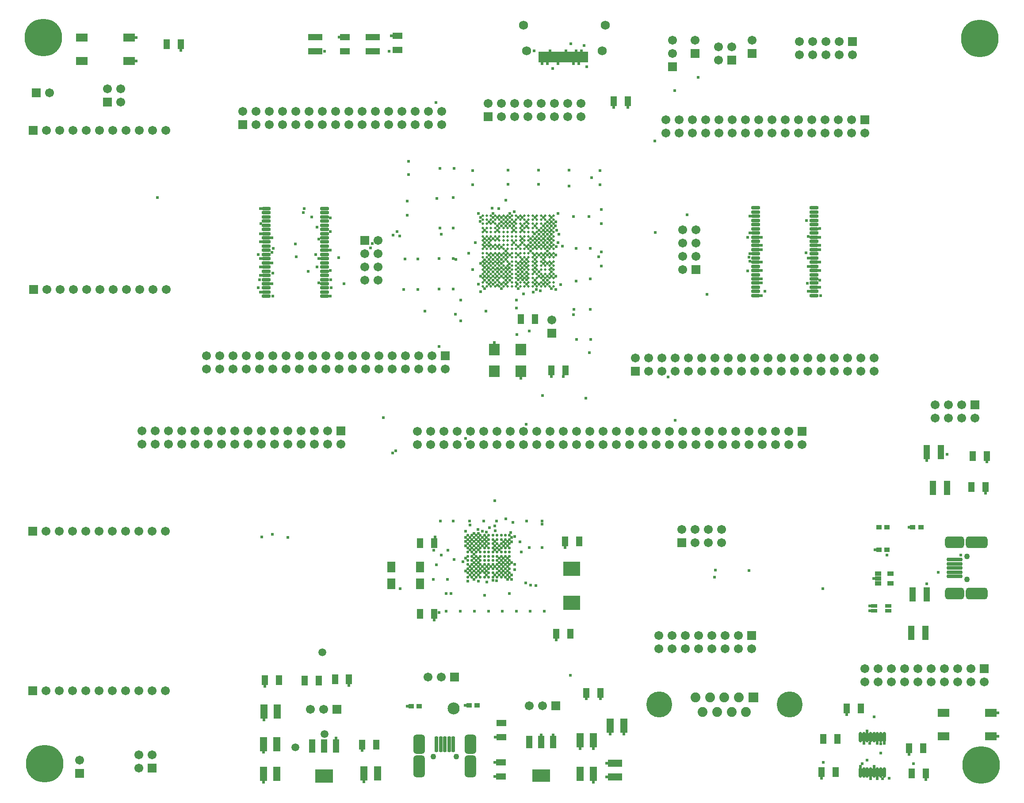
<source format=gts>
%FSLAX44Y44*%
%MOMM*%
G71*
G01*
G75*
G04 Layer_Color=8388736*
G04:AMPARAMS|DCode=10|XSize=3.5mm|YSize=2.05mm|CornerRadius=0.5125mm|HoleSize=0mm|Usage=FLASHONLY|Rotation=0.000|XOffset=0mm|YOffset=0mm|HoleType=Round|Shape=RoundedRectangle|*
%AMROUNDEDRECTD10*
21,1,3.5000,1.0250,0,0,0.0*
21,1,2.4750,2.0500,0,0,0.0*
1,1,1.0250,1.2375,-0.5125*
1,1,1.0250,-1.2375,-0.5125*
1,1,1.0250,-1.2375,0.5125*
1,1,1.0250,1.2375,0.5125*
%
%ADD10ROUNDEDRECTD10*%
G04:AMPARAMS|DCode=11|XSize=4mm|YSize=2.05mm|CornerRadius=0.5125mm|HoleSize=0mm|Usage=FLASHONLY|Rotation=0.000|XOffset=0mm|YOffset=0mm|HoleType=Round|Shape=RoundedRectangle|*
%AMROUNDEDRECTD11*
21,1,4.0000,1.0250,0,0,0.0*
21,1,2.9750,2.0500,0,0,0.0*
1,1,1.0250,1.4875,-0.5125*
1,1,1.0250,-1.4875,-0.5125*
1,1,1.0250,-1.4875,0.5125*
1,1,1.0250,1.4875,0.5125*
%
%ADD11ROUNDEDRECTD11*%
G04:AMPARAMS|DCode=12|XSize=3.5mm|YSize=2.05mm|CornerRadius=0.5125mm|HoleSize=0mm|Usage=FLASHONLY|Rotation=0.000|XOffset=0mm|YOffset=0mm|HoleType=Round|Shape=RoundedRectangle|*
%AMROUNDEDRECTD12*
21,1,3.5000,1.0250,0,0,0.0*
21,1,2.4750,2.0500,0,0,0.0*
1,1,1.0250,1.2375,-0.5125*
1,1,1.0250,-1.2375,-0.5125*
1,1,1.0250,-1.2375,0.5125*
1,1,1.0250,1.2375,0.5125*
%
%ADD12ROUNDEDRECTD12*%
G04:AMPARAMS|DCode=13|XSize=2.8mm|YSize=0.5mm|CornerRadius=0.125mm|HoleSize=0mm|Usage=FLASHONLY|Rotation=0.000|XOffset=0mm|YOffset=0mm|HoleType=Round|Shape=RoundedRectangle|*
%AMROUNDEDRECTD13*
21,1,2.8000,0.2500,0,0,0.0*
21,1,2.5500,0.5000,0,0,0.0*
1,1,0.2500,1.2750,-0.1250*
1,1,0.2500,-1.2750,-0.1250*
1,1,0.2500,-1.2750,0.1250*
1,1,0.2500,1.2750,0.1250*
%
%ADD13ROUNDEDRECTD13*%
%ADD14R,1.0000X0.7000*%
%ADD15R,0.8500X0.7000*%
%ADD16R,2.1000X1.4000*%
%ADD17R,1.1000X1.7000*%
%ADD18O,1.6000X0.5500*%
%ADD19R,1.1000X2.6000*%
%ADD20R,1.1000X0.6000*%
%ADD21O,0.4500X1.8000*%
%ADD22R,1.0000X2.1500*%
%ADD23R,3.2500X2.1500*%
%ADD24R,2.6000X1.2000*%
%ADD25R,1.2000X2.6000*%
%ADD26R,1.7000X1.1000*%
%ADD27R,0.9500X1.7000*%
%ADD28R,1.3000X1.9000*%
%ADD29C,0.4500*%
%ADD30R,2.6000X1.1000*%
%ADD31R,0.3000X1.9000*%
%ADD32C,0.3600*%
%ADD33R,1.0000X2.4000*%
%ADD34R,3.3000X2.4000*%
G04:AMPARAMS|DCode=35|XSize=3.5mm|YSize=2.05mm|CornerRadius=0.5125mm|HoleSize=0mm|Usage=FLASHONLY|Rotation=270.000|XOffset=0mm|YOffset=0mm|HoleType=Round|Shape=RoundedRectangle|*
%AMROUNDEDRECTD35*
21,1,3.5000,1.0250,0,0,270.0*
21,1,2.4750,2.0500,0,0,270.0*
1,1,1.0250,-0.5125,-1.2375*
1,1,1.0250,-0.5125,1.2375*
1,1,1.0250,0.5125,1.2375*
1,1,1.0250,0.5125,-1.2375*
%
%ADD35ROUNDEDRECTD35*%
G04:AMPARAMS|DCode=36|XSize=4mm|YSize=2.05mm|CornerRadius=0.5125mm|HoleSize=0mm|Usage=FLASHONLY|Rotation=270.000|XOffset=0mm|YOffset=0mm|HoleType=Round|Shape=RoundedRectangle|*
%AMROUNDEDRECTD36*
21,1,4.0000,1.0250,0,0,270.0*
21,1,2.9750,2.0500,0,0,270.0*
1,1,1.0250,-0.5125,-1.4875*
1,1,1.0250,-0.5125,1.4875*
1,1,1.0250,0.5125,1.4875*
1,1,1.0250,0.5125,-1.4875*
%
%ADD36ROUNDEDRECTD36*%
G04:AMPARAMS|DCode=37|XSize=3.5mm|YSize=2.05mm|CornerRadius=0.5125mm|HoleSize=0mm|Usage=FLASHONLY|Rotation=270.000|XOffset=0mm|YOffset=0mm|HoleType=Round|Shape=RoundedRectangle|*
%AMROUNDEDRECTD37*
21,1,3.5000,1.0250,0,0,270.0*
21,1,2.4750,2.0500,0,0,270.0*
1,1,1.0250,-0.5125,-1.2375*
1,1,1.0250,-0.5125,1.2375*
1,1,1.0250,0.5125,1.2375*
1,1,1.0250,0.5125,-1.2375*
%
%ADD37ROUNDEDRECTD37*%
G04:AMPARAMS|DCode=38|XSize=2.8mm|YSize=0.5mm|CornerRadius=0.125mm|HoleSize=0mm|Usage=FLASHONLY|Rotation=270.000|XOffset=0mm|YOffset=0mm|HoleType=Round|Shape=RoundedRectangle|*
%AMROUNDEDRECTD38*
21,1,2.8000,0.2500,0,0,270.0*
21,1,2.5500,0.5000,0,0,270.0*
1,1,0.2500,-0.1250,-1.2750*
1,1,0.2500,-0.1250,1.2750*
1,1,0.2500,0.1250,1.2750*
1,1,0.2500,0.1250,-1.2750*
%
%ADD38ROUNDEDRECTD38*%
%ADD39R,1.8000X2.0000*%
%ADD40R,3.0000X2.5000*%
%ADD41C,0.2000*%
%ADD42C,0.1000*%
%ADD43C,0.2540*%
%ADD44C,0.8000*%
%ADD45C,1.0000*%
%ADD46C,0.5000*%
%ADD47C,1.4000*%
%ADD48C,1.5000*%
%ADD49R,1.5000X1.5000*%
%ADD50C,0.9000*%
%ADD51C,4.7600*%
%ADD52R,1.6900X1.6900*%
%ADD53C,1.6900*%
%ADD54R,1.5000X1.5000*%
%ADD55C,1.5240*%
%ADD56C,0.4000*%
%ADD57C,7.0000*%
%ADD58C,1.3000*%
%ADD59C,2.1000*%
%ADD60C,1.0160*%
%ADD61C,1.4080*%
%ADD62C,1.4080*%
%ADD63C,3.7680*%
%ADD64C,1.5980*%
%ADD65C,1.8080*%
%ADD66C,0.7080*%
%ADD67C,5.5080*%
%ADD68C,2.1080*%
%ADD69C,0.4000*%
%ADD70C,0.2500*%
%ADD71C,0.6000*%
%ADD72C,0.2032*%
%ADD73C,0.1500*%
%ADD74C,0.7000*%
G04:AMPARAMS|DCode=75|XSize=3.7032mm|YSize=2.2532mm|CornerRadius=0.6141mm|HoleSize=0mm|Usage=FLASHONLY|Rotation=0.000|XOffset=0mm|YOffset=0mm|HoleType=Round|Shape=RoundedRectangle|*
%AMROUNDEDRECTD75*
21,1,3.7032,1.0250,0,0,0.0*
21,1,2.4750,2.2532,0,0,0.0*
1,1,1.2282,1.2375,-0.5125*
1,1,1.2282,-1.2375,-0.5125*
1,1,1.2282,-1.2375,0.5125*
1,1,1.2282,1.2375,0.5125*
%
%ADD75ROUNDEDRECTD75*%
G04:AMPARAMS|DCode=76|XSize=4.2032mm|YSize=2.2532mm|CornerRadius=0.6141mm|HoleSize=0mm|Usage=FLASHONLY|Rotation=0.000|XOffset=0mm|YOffset=0mm|HoleType=Round|Shape=RoundedRectangle|*
%AMROUNDEDRECTD76*
21,1,4.2032,1.0250,0,0,0.0*
21,1,2.9750,2.2532,0,0,0.0*
1,1,1.2282,1.4875,-0.5125*
1,1,1.2282,-1.4875,-0.5125*
1,1,1.2282,-1.4875,0.5125*
1,1,1.2282,1.4875,0.5125*
%
%ADD76ROUNDEDRECTD76*%
G04:AMPARAMS|DCode=77|XSize=3.7032mm|YSize=2.2532mm|CornerRadius=0.6141mm|HoleSize=0mm|Usage=FLASHONLY|Rotation=0.000|XOffset=0mm|YOffset=0mm|HoleType=Round|Shape=RoundedRectangle|*
%AMROUNDEDRECTD77*
21,1,3.7032,1.0250,0,0,0.0*
21,1,2.4750,2.2532,0,0,0.0*
1,1,1.2282,1.2375,-0.5125*
1,1,1.2282,-1.2375,-0.5125*
1,1,1.2282,-1.2375,0.5125*
1,1,1.2282,1.2375,0.5125*
%
%ADD77ROUNDEDRECTD77*%
G04:AMPARAMS|DCode=78|XSize=3.0032mm|YSize=0.7032mm|CornerRadius=0.2266mm|HoleSize=0mm|Usage=FLASHONLY|Rotation=0.000|XOffset=0mm|YOffset=0mm|HoleType=Round|Shape=RoundedRectangle|*
%AMROUNDEDRECTD78*
21,1,3.0032,0.2500,0,0,0.0*
21,1,2.5500,0.7032,0,0,0.0*
1,1,0.4532,1.2750,-0.1250*
1,1,0.4532,-1.2750,-0.1250*
1,1,0.4532,-1.2750,0.1250*
1,1,0.4532,1.2750,0.1250*
%
%ADD78ROUNDEDRECTD78*%
%ADD79R,1.2032X0.9032*%
%ADD80R,1.0532X0.9032*%
%ADD81R,2.3032X1.6032*%
%ADD82R,1.3032X1.9032*%
%ADD83O,1.8032X0.7532*%
%ADD84R,1.3032X2.8032*%
%ADD85R,1.3032X0.8032*%
%ADD86O,0.6532X2.0032*%
%ADD87R,1.2032X2.3532*%
%ADD88R,3.4532X2.3532*%
%ADD89R,2.8032X1.4032*%
%ADD90R,1.4032X2.8032*%
%ADD91R,1.9032X1.3032*%
%ADD92R,1.1532X1.9032*%
%ADD93R,1.5032X2.1032*%
%ADD94C,0.5700*%
%ADD95R,2.8032X1.3032*%
%ADD96R,0.5032X2.1032*%
%ADD97C,0.4800*%
%ADD98R,1.2032X2.6032*%
%ADD99R,3.5032X2.6032*%
G04:AMPARAMS|DCode=100|XSize=3.7032mm|YSize=2.2532mm|CornerRadius=0.6141mm|HoleSize=0mm|Usage=FLASHONLY|Rotation=270.000|XOffset=0mm|YOffset=0mm|HoleType=Round|Shape=RoundedRectangle|*
%AMROUNDEDRECTD100*
21,1,3.7032,1.0250,0,0,270.0*
21,1,2.4750,2.2532,0,0,270.0*
1,1,1.2282,-0.5125,-1.2375*
1,1,1.2282,-0.5125,1.2375*
1,1,1.2282,0.5125,1.2375*
1,1,1.2282,0.5125,-1.2375*
%
%ADD100ROUNDEDRECTD100*%
G04:AMPARAMS|DCode=101|XSize=4.2032mm|YSize=2.2532mm|CornerRadius=0.6141mm|HoleSize=0mm|Usage=FLASHONLY|Rotation=270.000|XOffset=0mm|YOffset=0mm|HoleType=Round|Shape=RoundedRectangle|*
%AMROUNDEDRECTD101*
21,1,4.2032,1.0250,0,0,270.0*
21,1,2.9750,2.2532,0,0,270.0*
1,1,1.2282,-0.5125,-1.4875*
1,1,1.2282,-0.5125,1.4875*
1,1,1.2282,0.5125,1.4875*
1,1,1.2282,0.5125,-1.4875*
%
%ADD101ROUNDEDRECTD101*%
G04:AMPARAMS|DCode=102|XSize=3.7032mm|YSize=2.2532mm|CornerRadius=0.6141mm|HoleSize=0mm|Usage=FLASHONLY|Rotation=270.000|XOffset=0mm|YOffset=0mm|HoleType=Round|Shape=RoundedRectangle|*
%AMROUNDEDRECTD102*
21,1,3.7032,1.0250,0,0,270.0*
21,1,2.4750,2.2532,0,0,270.0*
1,1,1.2282,-0.5125,-1.2375*
1,1,1.2282,-0.5125,1.2375*
1,1,1.2282,0.5125,1.2375*
1,1,1.2282,0.5125,-1.2375*
%
%ADD102ROUNDEDRECTD102*%
G04:AMPARAMS|DCode=103|XSize=3.0032mm|YSize=0.7032mm|CornerRadius=0.2266mm|HoleSize=0mm|Usage=FLASHONLY|Rotation=270.000|XOffset=0mm|YOffset=0mm|HoleType=Round|Shape=RoundedRectangle|*
%AMROUNDEDRECTD103*
21,1,3.0032,0.2500,0,0,270.0*
21,1,2.5500,0.7032,0,0,270.0*
1,1,0.4532,-0.1250,-1.2750*
1,1,0.4532,-0.1250,1.2750*
1,1,0.4532,0.1250,1.2750*
1,1,0.4532,0.1250,-1.2750*
%
%ADD103ROUNDEDRECTD103*%
%ADD104R,2.0032X2.2032*%
%ADD105R,3.2032X2.7032*%
%ADD106C,1.7032*%
%ADD107R,1.7032X1.7032*%
%ADD108C,1.1032*%
%ADD109C,4.9632*%
%ADD110R,1.8932X1.8932*%
%ADD111C,1.8932*%
%ADD112R,1.7032X1.7032*%
%ADD113C,1.7272*%
%ADD114C,0.6032*%
%ADD115C,7.2032*%
%ADD116C,1.5032*%
%ADD117C,2.3032*%
D75*
X2306450Y1145650D02*
D03*
D76*
X2348950D02*
D03*
Y1244150D02*
D03*
D77*
X2306450D02*
D03*
D78*
X2306700Y1186900D02*
D03*
Y1178900D02*
D03*
Y1202900D02*
D03*
Y1210900D02*
D03*
Y1194900D02*
D03*
D79*
X2159920Y1184420D02*
D03*
Y1174920D02*
D03*
Y1165420D02*
D03*
X2183920D02*
D03*
Y1184420D02*
D03*
D80*
X2177130Y1229530D02*
D03*
X2161630D02*
D03*
X1281250Y929900D02*
D03*
X1265750D02*
D03*
X1391950Y931800D02*
D03*
X1376450D02*
D03*
X2177130Y1272710D02*
D03*
X2161630D02*
D03*
X2241900D02*
D03*
X2226400D02*
D03*
D81*
X2285170Y872490D02*
D03*
X2376170D02*
D03*
Y917490D02*
D03*
X2285170D02*
D03*
X635000Y2166200D02*
D03*
X726000D02*
D03*
Y2211200D02*
D03*
X635000D02*
D03*
D82*
X825030Y2198370D02*
D03*
X798030D02*
D03*
X2055330Y867410D02*
D03*
X2082330D02*
D03*
X2246160Y849630D02*
D03*
X2219160D02*
D03*
X2224240Y801370D02*
D03*
X2251240D02*
D03*
X2078520Y803910D02*
D03*
X2051520D02*
D03*
X2126780Y925830D02*
D03*
X2099780D02*
D03*
X1627900Y955800D02*
D03*
X1600900D02*
D03*
X1198800Y856600D02*
D03*
X1171800D02*
D03*
X1012500Y979700D02*
D03*
X985500D02*
D03*
X1146900Y981700D02*
D03*
X1119900D02*
D03*
X1282680Y1107050D02*
D03*
X1309680D02*
D03*
X1282680Y1242940D02*
D03*
X1309680D02*
D03*
X1587900Y1245700D02*
D03*
X1560900D02*
D03*
X1570900Y1068700D02*
D03*
X1543900D02*
D03*
X1534630Y1573530D02*
D03*
X1561630D02*
D03*
X1503210Y1671480D02*
D03*
X1476210D02*
D03*
X2368080Y1409700D02*
D03*
X2341080D02*
D03*
X2365540Y1350010D02*
D03*
X2338540D02*
D03*
X1681010Y2089150D02*
D03*
X1654010D02*
D03*
D83*
X987940Y1883590D02*
D03*
Y1875590D02*
D03*
Y1867590D02*
D03*
Y1859590D02*
D03*
Y1851590D02*
D03*
Y1843590D02*
D03*
Y1835590D02*
D03*
Y1827590D02*
D03*
Y1819590D02*
D03*
Y1811590D02*
D03*
Y1803590D02*
D03*
Y1795590D02*
D03*
Y1787590D02*
D03*
Y1779590D02*
D03*
Y1771590D02*
D03*
Y1763590D02*
D03*
Y1755590D02*
D03*
Y1747590D02*
D03*
Y1739590D02*
D03*
Y1731590D02*
D03*
Y1723590D02*
D03*
Y1715590D02*
D03*
X1099940Y1883590D02*
D03*
Y1875590D02*
D03*
Y1867590D02*
D03*
Y1859590D02*
D03*
Y1851590D02*
D03*
Y1843590D02*
D03*
Y1835590D02*
D03*
Y1827590D02*
D03*
Y1819590D02*
D03*
Y1811590D02*
D03*
Y1803590D02*
D03*
Y1795590D02*
D03*
Y1787590D02*
D03*
Y1779590D02*
D03*
Y1771590D02*
D03*
Y1763590D02*
D03*
Y1755590D02*
D03*
Y1747590D02*
D03*
Y1739590D02*
D03*
Y1731590D02*
D03*
Y1723590D02*
D03*
Y1715590D02*
D03*
X1925200Y1884860D02*
D03*
Y1876860D02*
D03*
Y1868860D02*
D03*
Y1860860D02*
D03*
Y1852860D02*
D03*
Y1844860D02*
D03*
Y1836860D02*
D03*
Y1828860D02*
D03*
Y1820860D02*
D03*
Y1812860D02*
D03*
Y1804860D02*
D03*
Y1796860D02*
D03*
Y1788860D02*
D03*
Y1780860D02*
D03*
Y1772860D02*
D03*
Y1764860D02*
D03*
Y1756860D02*
D03*
Y1748860D02*
D03*
Y1740860D02*
D03*
Y1732860D02*
D03*
Y1724860D02*
D03*
Y1716860D02*
D03*
X2037200Y1884860D02*
D03*
Y1876860D02*
D03*
Y1868860D02*
D03*
Y1860860D02*
D03*
Y1852860D02*
D03*
Y1844860D02*
D03*
Y1836860D02*
D03*
Y1828860D02*
D03*
Y1820860D02*
D03*
Y1812860D02*
D03*
Y1804860D02*
D03*
Y1796860D02*
D03*
Y1788860D02*
D03*
Y1780860D02*
D03*
Y1772860D02*
D03*
Y1764860D02*
D03*
Y1756860D02*
D03*
Y1748860D02*
D03*
Y1740860D02*
D03*
Y1732860D02*
D03*
Y1724860D02*
D03*
Y1716860D02*
D03*
D84*
X2225730Y1144440D02*
D03*
X2252730D02*
D03*
X2223190Y1070780D02*
D03*
X2250190D02*
D03*
X2253450Y1417320D02*
D03*
X2280450D02*
D03*
X2291880Y1348740D02*
D03*
X2264880D02*
D03*
D85*
X2179070Y1112770D02*
D03*
Y1122770D02*
D03*
X2152070Y1112770D02*
D03*
Y1122770D02*
D03*
D86*
X2126090Y802930D02*
D03*
X2132590D02*
D03*
X2139090D02*
D03*
X2145590D02*
D03*
X2152090D02*
D03*
X2158590D02*
D03*
X2165090D02*
D03*
X2171590D02*
D03*
X2126090Y870930D02*
D03*
X2132590D02*
D03*
X2139090D02*
D03*
X2145590D02*
D03*
X2152090D02*
D03*
X2158590D02*
D03*
X2165090D02*
D03*
X2171590D02*
D03*
D87*
X1538110Y861560D02*
D03*
X1515110D02*
D03*
X1492110D02*
D03*
D88*
X1515110Y797060D02*
D03*
D89*
X1656000Y795050D02*
D03*
Y820550D02*
D03*
D90*
X1647350Y892800D02*
D03*
X1672850D02*
D03*
X1614650Y865100D02*
D03*
X1589150D02*
D03*
X1614650Y800400D02*
D03*
X1589150D02*
D03*
X982750Y857700D02*
D03*
X1008250D02*
D03*
X982750Y800400D02*
D03*
X1008250D02*
D03*
X983850Y920200D02*
D03*
X1009350D02*
D03*
X1175750Y801500D02*
D03*
X1201250D02*
D03*
D91*
X1438600Y897700D02*
D03*
Y870700D02*
D03*
X1437600Y822400D02*
D03*
Y795400D02*
D03*
X1239520Y2214410D02*
D03*
Y2187410D02*
D03*
X1139190Y2211870D02*
D03*
Y2184870D02*
D03*
D92*
X1088600Y979600D02*
D03*
X1061600D02*
D03*
D93*
X1283040Y1196710D02*
D03*
X1228040D02*
D03*
X1283040Y1164710D02*
D03*
X1228040D02*
D03*
D94*
X1374290Y1257540D02*
D03*
X1382290D02*
D03*
X1390290D02*
D03*
X1398290D02*
D03*
X1406290D02*
D03*
X1414290D02*
D03*
X1422290D02*
D03*
X1430290D02*
D03*
X1438290D02*
D03*
X1446290D02*
D03*
X1454290D02*
D03*
X1374290Y1249540D02*
D03*
X1382290D02*
D03*
X1390290D02*
D03*
X1398290D02*
D03*
X1406290D02*
D03*
X1414290D02*
D03*
X1422290D02*
D03*
X1430290D02*
D03*
X1438290D02*
D03*
X1446290D02*
D03*
X1454290D02*
D03*
X1374290Y1241540D02*
D03*
X1382290D02*
D03*
X1390290D02*
D03*
X1398290D02*
D03*
X1406290D02*
D03*
X1414290D02*
D03*
X1422290D02*
D03*
X1430290D02*
D03*
X1438290D02*
D03*
X1446290D02*
D03*
X1454290D02*
D03*
X1374290Y1233540D02*
D03*
X1382290D02*
D03*
X1390290D02*
D03*
X1398290D02*
D03*
X1406290D02*
D03*
X1414290D02*
D03*
X1422290D02*
D03*
X1430290D02*
D03*
X1438290D02*
D03*
X1446290D02*
D03*
X1454290D02*
D03*
X1374290Y1225540D02*
D03*
X1382290D02*
D03*
X1390290D02*
D03*
X1398290D02*
D03*
X1406290D02*
D03*
X1414290D02*
D03*
X1422290D02*
D03*
X1430290D02*
D03*
X1438290D02*
D03*
X1446290D02*
D03*
X1454290D02*
D03*
X1374290Y1217540D02*
D03*
X1382290D02*
D03*
X1390290D02*
D03*
X1398290D02*
D03*
X1406290D02*
D03*
X1414290D02*
D03*
X1422290D02*
D03*
X1430290D02*
D03*
X1438290D02*
D03*
X1446290D02*
D03*
X1454290D02*
D03*
X1374290Y1209540D02*
D03*
X1382290D02*
D03*
X1390290D02*
D03*
X1398290D02*
D03*
X1406290D02*
D03*
X1414290D02*
D03*
X1422290D02*
D03*
X1430290D02*
D03*
X1438290D02*
D03*
X1446290D02*
D03*
X1454290D02*
D03*
X1374290Y1201540D02*
D03*
X1382290D02*
D03*
X1390290D02*
D03*
X1398290D02*
D03*
X1406290D02*
D03*
X1414290D02*
D03*
X1422290D02*
D03*
X1430290D02*
D03*
X1438290D02*
D03*
X1446290D02*
D03*
X1454290D02*
D03*
X1374290Y1193540D02*
D03*
X1382290D02*
D03*
X1390290D02*
D03*
X1398290D02*
D03*
X1406290D02*
D03*
X1414290D02*
D03*
X1422290D02*
D03*
X1430290D02*
D03*
X1438290D02*
D03*
X1446290D02*
D03*
X1454290D02*
D03*
X1374290Y1185540D02*
D03*
X1382290D02*
D03*
X1390290D02*
D03*
X1398290D02*
D03*
X1406290D02*
D03*
X1414290D02*
D03*
X1422290D02*
D03*
X1430290D02*
D03*
X1438290D02*
D03*
X1446290D02*
D03*
X1454290D02*
D03*
X1374290Y1177540D02*
D03*
X1382290D02*
D03*
X1390290D02*
D03*
X1398290D02*
D03*
X1406290D02*
D03*
X1414290D02*
D03*
X1422290D02*
D03*
X1430290D02*
D03*
X1438290D02*
D03*
X1446290D02*
D03*
X1454290D02*
D03*
D95*
X1192530Y2184870D02*
D03*
Y2211870D02*
D03*
X1082040Y2184870D02*
D03*
Y2211870D02*
D03*
D96*
X1516950Y2173670D02*
D03*
X1511950D02*
D03*
X1521950D02*
D03*
X1526950D02*
D03*
X1531950D02*
D03*
X1536950D02*
D03*
X1541950D02*
D03*
X1546950D02*
D03*
X1551950D02*
D03*
X1556950D02*
D03*
X1561950D02*
D03*
X1566950D02*
D03*
X1571950D02*
D03*
X1576950D02*
D03*
X1581950D02*
D03*
X1586950D02*
D03*
X1591950D02*
D03*
X1596950D02*
D03*
X1601950D02*
D03*
D97*
X1402700Y1870300D02*
D03*
X1410700D02*
D03*
X1418700D02*
D03*
X1426700D02*
D03*
X1434700D02*
D03*
X1442700D02*
D03*
X1450700D02*
D03*
X1458700D02*
D03*
X1466700D02*
D03*
X1474700D02*
D03*
X1482700D02*
D03*
X1490700D02*
D03*
X1498700D02*
D03*
X1506700D02*
D03*
X1514700D02*
D03*
X1522700D02*
D03*
X1530700D02*
D03*
X1538700D02*
D03*
X1402700Y1862300D02*
D03*
X1410700D02*
D03*
X1418700D02*
D03*
X1426700D02*
D03*
X1434700D02*
D03*
X1442700D02*
D03*
X1450700D02*
D03*
X1458700D02*
D03*
X1466700D02*
D03*
X1474700D02*
D03*
X1482700D02*
D03*
X1490700D02*
D03*
X1498700D02*
D03*
X1506700D02*
D03*
X1514700D02*
D03*
X1522700D02*
D03*
X1530700D02*
D03*
X1538700D02*
D03*
X1402700Y1854300D02*
D03*
X1410700D02*
D03*
X1418700D02*
D03*
X1426700D02*
D03*
X1434700D02*
D03*
X1442700D02*
D03*
X1450700D02*
D03*
X1458700D02*
D03*
X1466700D02*
D03*
X1474700D02*
D03*
X1482700D02*
D03*
X1490700D02*
D03*
X1498700D02*
D03*
X1506700D02*
D03*
X1514700D02*
D03*
X1522700D02*
D03*
X1530700D02*
D03*
X1538700D02*
D03*
X1402700Y1846300D02*
D03*
X1410700D02*
D03*
X1418700D02*
D03*
X1426700D02*
D03*
X1434700D02*
D03*
X1442700D02*
D03*
X1450700D02*
D03*
X1458700D02*
D03*
X1466700D02*
D03*
X1474700D02*
D03*
X1482700D02*
D03*
X1490700D02*
D03*
X1498700D02*
D03*
X1506700D02*
D03*
X1514700D02*
D03*
X1522700D02*
D03*
X1530700D02*
D03*
X1538700D02*
D03*
X1402700Y1838300D02*
D03*
X1410700D02*
D03*
X1418700D02*
D03*
X1426700D02*
D03*
X1434700D02*
D03*
X1442700D02*
D03*
X1450700D02*
D03*
X1458700D02*
D03*
X1466700D02*
D03*
X1474700D02*
D03*
X1482700D02*
D03*
X1490700D02*
D03*
X1498700D02*
D03*
X1506700D02*
D03*
X1514700D02*
D03*
X1522700D02*
D03*
X1530700D02*
D03*
X1538700D02*
D03*
X1402700Y1830300D02*
D03*
X1410700D02*
D03*
X1418700D02*
D03*
X1426700D02*
D03*
X1434700D02*
D03*
X1442700D02*
D03*
X1450700D02*
D03*
X1458700D02*
D03*
X1466700D02*
D03*
X1474700D02*
D03*
X1482700D02*
D03*
X1490700D02*
D03*
X1498700D02*
D03*
X1506700D02*
D03*
X1514700D02*
D03*
X1522700D02*
D03*
X1530700D02*
D03*
X1538700D02*
D03*
X1402700Y1822300D02*
D03*
X1410700D02*
D03*
X1418700D02*
D03*
X1426700D02*
D03*
X1434700D02*
D03*
X1442700D02*
D03*
X1450700D02*
D03*
X1458700D02*
D03*
X1466700D02*
D03*
X1474700D02*
D03*
X1482700D02*
D03*
X1490700D02*
D03*
X1498700D02*
D03*
X1506700D02*
D03*
X1514700D02*
D03*
X1522700D02*
D03*
X1530700D02*
D03*
X1538700D02*
D03*
X1402700Y1814300D02*
D03*
X1410700D02*
D03*
X1418700D02*
D03*
X1426700D02*
D03*
X1434700D02*
D03*
X1442700D02*
D03*
X1450700D02*
D03*
X1458700D02*
D03*
X1466700D02*
D03*
X1474700D02*
D03*
X1482700D02*
D03*
X1490700D02*
D03*
X1498700D02*
D03*
X1506700D02*
D03*
X1514700D02*
D03*
X1522700D02*
D03*
X1530700D02*
D03*
X1538700D02*
D03*
X1402700Y1806300D02*
D03*
X1410700D02*
D03*
X1418700D02*
D03*
X1426700D02*
D03*
X1434700D02*
D03*
X1442700D02*
D03*
X1450700D02*
D03*
X1458700D02*
D03*
X1466700D02*
D03*
X1474700D02*
D03*
X1482700D02*
D03*
X1490700D02*
D03*
X1498700D02*
D03*
X1506700D02*
D03*
X1514700D02*
D03*
X1522700D02*
D03*
X1530700D02*
D03*
X1538700D02*
D03*
X1402700Y1798300D02*
D03*
X1410700D02*
D03*
X1418700D02*
D03*
X1426700D02*
D03*
X1434700D02*
D03*
X1442700D02*
D03*
X1450700D02*
D03*
X1458700D02*
D03*
X1466700D02*
D03*
X1474700D02*
D03*
X1482700D02*
D03*
X1490700D02*
D03*
X1498700D02*
D03*
X1506700D02*
D03*
X1514700D02*
D03*
X1522700D02*
D03*
X1530700D02*
D03*
X1538700D02*
D03*
X1402700Y1790300D02*
D03*
X1410700D02*
D03*
X1418700D02*
D03*
X1426700D02*
D03*
X1434700D02*
D03*
X1442700D02*
D03*
X1450700D02*
D03*
X1458700D02*
D03*
X1466700D02*
D03*
X1474700D02*
D03*
X1482700D02*
D03*
X1490700D02*
D03*
X1498700D02*
D03*
X1506700D02*
D03*
X1514700D02*
D03*
X1522700D02*
D03*
X1530700D02*
D03*
X1538700D02*
D03*
X1402700Y1782300D02*
D03*
X1410700D02*
D03*
X1418700D02*
D03*
X1426700D02*
D03*
X1434700D02*
D03*
X1442700D02*
D03*
X1450700D02*
D03*
X1458700D02*
D03*
X1466700D02*
D03*
X1474700D02*
D03*
X1482700D02*
D03*
X1490700D02*
D03*
X1498700D02*
D03*
X1506700D02*
D03*
X1514700D02*
D03*
X1522700D02*
D03*
X1530700D02*
D03*
X1538700D02*
D03*
X1402700Y1774300D02*
D03*
X1410700D02*
D03*
X1418700D02*
D03*
X1426700D02*
D03*
X1434700D02*
D03*
X1442700D02*
D03*
X1450700D02*
D03*
X1458700D02*
D03*
X1466700D02*
D03*
X1474700D02*
D03*
X1482700D02*
D03*
X1490700D02*
D03*
X1498700D02*
D03*
X1506700D02*
D03*
X1514700D02*
D03*
X1522700D02*
D03*
X1530700D02*
D03*
X1538700D02*
D03*
X1402700Y1766300D02*
D03*
X1410700D02*
D03*
X1418700D02*
D03*
X1426700D02*
D03*
X1434700D02*
D03*
X1442700D02*
D03*
X1450700D02*
D03*
X1458700D02*
D03*
X1466700D02*
D03*
X1474700D02*
D03*
X1482700D02*
D03*
X1490700D02*
D03*
X1498700D02*
D03*
X1506700D02*
D03*
X1514700D02*
D03*
X1522700D02*
D03*
X1530700D02*
D03*
X1538700D02*
D03*
X1402700Y1758300D02*
D03*
X1410700D02*
D03*
X1418700D02*
D03*
X1426700D02*
D03*
X1434700D02*
D03*
X1442700D02*
D03*
X1450700D02*
D03*
X1458700D02*
D03*
X1466700D02*
D03*
X1474700D02*
D03*
X1482700D02*
D03*
X1490700D02*
D03*
X1498700D02*
D03*
X1506700D02*
D03*
X1514700D02*
D03*
X1522700D02*
D03*
X1530700D02*
D03*
X1538700D02*
D03*
X1402700Y1750300D02*
D03*
X1410700D02*
D03*
X1418700D02*
D03*
X1426700D02*
D03*
X1434700D02*
D03*
X1442700D02*
D03*
X1450700D02*
D03*
X1458700D02*
D03*
X1466700D02*
D03*
X1474700D02*
D03*
X1482700D02*
D03*
X1490700D02*
D03*
X1498700D02*
D03*
X1506700D02*
D03*
X1514700D02*
D03*
X1522700D02*
D03*
X1530700D02*
D03*
X1538700D02*
D03*
X1402700Y1742300D02*
D03*
X1410700D02*
D03*
X1418700D02*
D03*
X1426700D02*
D03*
X1434700D02*
D03*
X1442700D02*
D03*
X1450700D02*
D03*
X1458700D02*
D03*
X1466700D02*
D03*
X1474700D02*
D03*
X1482700D02*
D03*
X1490700D02*
D03*
X1498700D02*
D03*
X1506700D02*
D03*
X1514700D02*
D03*
X1522700D02*
D03*
X1530700D02*
D03*
X1538700D02*
D03*
X1402700Y1734300D02*
D03*
X1410700D02*
D03*
X1418700D02*
D03*
X1426700D02*
D03*
X1434700D02*
D03*
X1442700D02*
D03*
X1450700D02*
D03*
X1458700D02*
D03*
X1466700D02*
D03*
X1474700D02*
D03*
X1482700D02*
D03*
X1490700D02*
D03*
X1498700D02*
D03*
X1506700D02*
D03*
X1514700D02*
D03*
X1522700D02*
D03*
X1530700D02*
D03*
X1538700D02*
D03*
D98*
X1122060Y854060D02*
D03*
X1099060D02*
D03*
X1076060D02*
D03*
D99*
X1099060Y796060D02*
D03*
D100*
X1281200Y857500D02*
D03*
D101*
Y815000D02*
D03*
X1379700D02*
D03*
D102*
Y857500D02*
D03*
D103*
X1322450Y857250D02*
D03*
X1314450D02*
D03*
X1338450D02*
D03*
X1346450D02*
D03*
X1330450D02*
D03*
D104*
X1475740Y1571740D02*
D03*
X1424940D02*
D03*
X1475740Y1613740D02*
D03*
X1424940D02*
D03*
D105*
X1573300Y1128400D02*
D03*
Y1193400D02*
D03*
D106*
X873760Y1576070D02*
D03*
Y1601470D02*
D03*
X899160Y1576070D02*
D03*
Y1601470D02*
D03*
X924560Y1576070D02*
D03*
Y1601470D02*
D03*
X949960Y1576070D02*
D03*
Y1601470D02*
D03*
X975360Y1576070D02*
D03*
Y1601470D02*
D03*
X1000760Y1576070D02*
D03*
Y1601470D02*
D03*
X1026160Y1576070D02*
D03*
Y1601470D02*
D03*
X1051560Y1576070D02*
D03*
Y1601470D02*
D03*
X1076960Y1576070D02*
D03*
Y1601470D02*
D03*
X1102360Y1576070D02*
D03*
Y1601470D02*
D03*
X1127760Y1576070D02*
D03*
Y1601470D02*
D03*
X1153160Y1576070D02*
D03*
Y1601470D02*
D03*
X1178560Y1576070D02*
D03*
Y1601470D02*
D03*
X1203960Y1576070D02*
D03*
Y1601470D02*
D03*
X1229360Y1576070D02*
D03*
Y1601470D02*
D03*
X1254760Y1576070D02*
D03*
Y1601470D02*
D03*
X1280160Y1576070D02*
D03*
Y1601470D02*
D03*
X1305560Y1576070D02*
D03*
Y1601470D02*
D03*
X1330960Y1576070D02*
D03*
X1202690Y1746250D02*
D03*
X1177290D02*
D03*
X1202690Y1771650D02*
D03*
X1177290D02*
D03*
X1202690Y1797050D02*
D03*
X1177290D02*
D03*
X1202690Y1822450D02*
D03*
X1785620Y1842770D02*
D03*
X1811020D02*
D03*
X1785620Y1817370D02*
D03*
X1811020D02*
D03*
X1785620Y1791970D02*
D03*
X1811020D02*
D03*
X1785620Y1766570D02*
D03*
X573700Y2105200D02*
D03*
X568000Y1728600D02*
D03*
X593400D02*
D03*
X618800D02*
D03*
X644200D02*
D03*
X669600D02*
D03*
X695000D02*
D03*
X720400D02*
D03*
X745800D02*
D03*
X771200D02*
D03*
X796600D02*
D03*
X567800Y2033600D02*
D03*
X593200D02*
D03*
X618600D02*
D03*
X644000D02*
D03*
X669400D02*
D03*
X694800D02*
D03*
X720200D02*
D03*
X745600D02*
D03*
X771000D02*
D03*
X796400D02*
D03*
X709700Y2113000D02*
D03*
Y2087600D02*
D03*
X684300Y2113000D02*
D03*
X1379220Y1456690D02*
D03*
Y1431290D02*
D03*
X1353820Y1456690D02*
D03*
Y1431290D02*
D03*
X1328420Y1456690D02*
D03*
Y1431290D02*
D03*
X1303020Y1456690D02*
D03*
Y1431290D02*
D03*
X1277620Y1456690D02*
D03*
Y1431290D02*
D03*
X2014220D02*
D03*
X1988820Y1456690D02*
D03*
Y1431290D02*
D03*
X1963420Y1456690D02*
D03*
Y1431290D02*
D03*
X1938020Y1456690D02*
D03*
Y1431290D02*
D03*
X1912620Y1456690D02*
D03*
Y1431290D02*
D03*
X1887220Y1456690D02*
D03*
Y1431290D02*
D03*
X1861820Y1456690D02*
D03*
Y1431290D02*
D03*
X1836420Y1456690D02*
D03*
Y1431290D02*
D03*
X1811020Y1456690D02*
D03*
Y1431290D02*
D03*
X1785620Y1456690D02*
D03*
Y1431290D02*
D03*
X1760220Y1456690D02*
D03*
Y1431290D02*
D03*
X1734820Y1456690D02*
D03*
Y1431290D02*
D03*
X1709420Y1456690D02*
D03*
Y1431290D02*
D03*
X1684020Y1456690D02*
D03*
Y1431290D02*
D03*
X1658620Y1456690D02*
D03*
Y1431290D02*
D03*
X1633220Y1456690D02*
D03*
Y1431290D02*
D03*
X1607820Y1456690D02*
D03*
Y1431290D02*
D03*
X1582420Y1456690D02*
D03*
Y1431290D02*
D03*
X1557020Y1456690D02*
D03*
Y1431290D02*
D03*
X1531620Y1456690D02*
D03*
Y1431290D02*
D03*
X1506220Y1456690D02*
D03*
Y1431290D02*
D03*
X1480820Y1456690D02*
D03*
Y1431290D02*
D03*
X1455420Y1456690D02*
D03*
Y1431290D02*
D03*
X1430020Y1456690D02*
D03*
Y1431290D02*
D03*
X1404620Y1456690D02*
D03*
Y1431290D02*
D03*
X566300Y960120D02*
D03*
X591700D02*
D03*
X617100D02*
D03*
X642500D02*
D03*
X667900D02*
D03*
X693300D02*
D03*
X718700D02*
D03*
X744100D02*
D03*
X769500D02*
D03*
X794900D02*
D03*
X566300Y1265100D02*
D03*
X591700D02*
D03*
X617100D02*
D03*
X642500D02*
D03*
X667900D02*
D03*
X693300D02*
D03*
X718700D02*
D03*
X744100D02*
D03*
X769500D02*
D03*
X794900D02*
D03*
X744220Y836930D02*
D03*
X769620D02*
D03*
X744220Y811530D02*
D03*
X631190Y826770D02*
D03*
X1324610Y2070100D02*
D03*
Y2044700D02*
D03*
X1299210Y2070100D02*
D03*
Y2044700D02*
D03*
X1273810Y2070100D02*
D03*
Y2044700D02*
D03*
X1248410Y2070100D02*
D03*
Y2044700D02*
D03*
X1223010Y2070100D02*
D03*
Y2044700D02*
D03*
X1197610Y2070100D02*
D03*
Y2044700D02*
D03*
X1172210Y2070100D02*
D03*
Y2044700D02*
D03*
X1146810Y2070100D02*
D03*
Y2044700D02*
D03*
X1121410Y2070100D02*
D03*
Y2044700D02*
D03*
X1096010Y2070100D02*
D03*
Y2044700D02*
D03*
X1070610Y2070100D02*
D03*
Y2044700D02*
D03*
X1045210Y2070100D02*
D03*
Y2044700D02*
D03*
X1019810Y2070100D02*
D03*
Y2044700D02*
D03*
X994410Y2070100D02*
D03*
Y2044700D02*
D03*
X969010Y2070100D02*
D03*
Y2044700D02*
D03*
X943610Y2070100D02*
D03*
X1753870Y2028190D02*
D03*
Y2053590D02*
D03*
X1779270Y2028190D02*
D03*
Y2053590D02*
D03*
X1804670Y2028190D02*
D03*
Y2053590D02*
D03*
X1830070Y2028190D02*
D03*
Y2053590D02*
D03*
X1855470Y2028190D02*
D03*
Y2053590D02*
D03*
X1880870Y2028190D02*
D03*
Y2053590D02*
D03*
X1906270Y2028190D02*
D03*
Y2053590D02*
D03*
X1931670Y2028190D02*
D03*
Y2053590D02*
D03*
X1957070Y2028190D02*
D03*
Y2053590D02*
D03*
X1982470Y2028190D02*
D03*
Y2053590D02*
D03*
X2007870Y2028190D02*
D03*
Y2053590D02*
D03*
X2033270Y2028190D02*
D03*
Y2053590D02*
D03*
X2058670Y2028190D02*
D03*
Y2053590D02*
D03*
X2084070Y2028190D02*
D03*
Y2053590D02*
D03*
X2109470Y2028190D02*
D03*
Y2053590D02*
D03*
X2134870Y2028190D02*
D03*
X2152650Y1597660D02*
D03*
Y1572260D02*
D03*
X2127250Y1597660D02*
D03*
Y1572260D02*
D03*
X2101850Y1597660D02*
D03*
Y1572260D02*
D03*
X2076450Y1597660D02*
D03*
Y1572260D02*
D03*
X2051050Y1597660D02*
D03*
Y1572260D02*
D03*
X2025650Y1597660D02*
D03*
Y1572260D02*
D03*
X2000250Y1597660D02*
D03*
Y1572260D02*
D03*
X1974850Y1597660D02*
D03*
Y1572260D02*
D03*
X1949450Y1597660D02*
D03*
Y1572260D02*
D03*
X1924050Y1597660D02*
D03*
Y1572260D02*
D03*
X1898650Y1597660D02*
D03*
Y1572260D02*
D03*
X1873250Y1597660D02*
D03*
Y1572260D02*
D03*
X1847850Y1597660D02*
D03*
Y1572260D02*
D03*
X1822450Y1597660D02*
D03*
Y1572260D02*
D03*
X1797050Y1597660D02*
D03*
Y1572260D02*
D03*
X1771650Y1597660D02*
D03*
Y1572260D02*
D03*
X1746250Y1597660D02*
D03*
Y1572260D02*
D03*
X1720850Y1597660D02*
D03*
Y1572260D02*
D03*
X1695450Y1597660D02*
D03*
X1917700Y1040130D02*
D03*
X1892300Y1065530D02*
D03*
Y1040130D02*
D03*
X1866900Y1065530D02*
D03*
Y1040130D02*
D03*
X1841500Y1065530D02*
D03*
Y1040130D02*
D03*
X1816100Y1065530D02*
D03*
Y1040130D02*
D03*
X1790700Y1065530D02*
D03*
Y1040130D02*
D03*
X1765300Y1065530D02*
D03*
Y1040130D02*
D03*
X1739900Y1065530D02*
D03*
Y1040130D02*
D03*
X1517100Y931000D02*
D03*
X1491700D02*
D03*
X1323100Y986000D02*
D03*
X1297700D02*
D03*
X1098000Y924400D02*
D03*
X1072600D02*
D03*
X1860550Y1268730D02*
D03*
Y1243330D02*
D03*
X1835150Y1268730D02*
D03*
Y1243330D02*
D03*
X1809750Y1268730D02*
D03*
Y1243330D02*
D03*
X1784350Y1268730D02*
D03*
X2363470Y976630D02*
D03*
X2338070Y1002030D02*
D03*
Y976630D02*
D03*
X2312670Y1002030D02*
D03*
Y976630D02*
D03*
X2287270Y1002030D02*
D03*
Y976630D02*
D03*
X2261870Y1002030D02*
D03*
Y976630D02*
D03*
X2236470Y1002030D02*
D03*
Y976630D02*
D03*
X2211070Y1002030D02*
D03*
Y976630D02*
D03*
X2185670Y1002030D02*
D03*
Y976630D02*
D03*
X2160270Y1002030D02*
D03*
Y976630D02*
D03*
X2134870Y1002030D02*
D03*
Y976630D02*
D03*
X2009140Y2178050D02*
D03*
Y2203450D02*
D03*
X2034540Y2178050D02*
D03*
Y2203450D02*
D03*
X2059940Y2178050D02*
D03*
Y2203450D02*
D03*
X2085340Y2178050D02*
D03*
Y2203450D02*
D03*
X2110740Y2178050D02*
D03*
X1413510Y2085340D02*
D03*
X1438910Y2059940D02*
D03*
Y2085340D02*
D03*
X1464310Y2059940D02*
D03*
Y2085340D02*
D03*
X1489710Y2059940D02*
D03*
Y2085340D02*
D03*
X1515110Y2059940D02*
D03*
Y2085340D02*
D03*
X1540510Y2059940D02*
D03*
Y2085340D02*
D03*
X1565910Y2059940D02*
D03*
Y2085340D02*
D03*
X1591310Y2059940D02*
D03*
Y2085340D02*
D03*
X1918970Y2205990D02*
D03*
X1854200Y2193290D02*
D03*
X1879600D02*
D03*
X1854200Y2167890D02*
D03*
X1809750Y2205990D02*
D03*
X1766570Y2180590D02*
D03*
Y2205990D02*
D03*
X1535240Y1669990D02*
D03*
X2269490Y1482090D02*
D03*
Y1507490D02*
D03*
X2294890Y1482090D02*
D03*
Y1507490D02*
D03*
X2320290Y1482090D02*
D03*
Y1507490D02*
D03*
X2345690Y1482090D02*
D03*
X750570Y1432560D02*
D03*
Y1457960D02*
D03*
X775970Y1432560D02*
D03*
Y1457960D02*
D03*
X801370Y1432560D02*
D03*
Y1457960D02*
D03*
X826770Y1432560D02*
D03*
Y1457960D02*
D03*
X852170Y1432560D02*
D03*
Y1457960D02*
D03*
X877570Y1432560D02*
D03*
Y1457960D02*
D03*
X902970Y1432560D02*
D03*
Y1457960D02*
D03*
X928370Y1432560D02*
D03*
Y1457960D02*
D03*
X953770Y1432560D02*
D03*
Y1457960D02*
D03*
X979170Y1432560D02*
D03*
Y1457960D02*
D03*
X1004570Y1432560D02*
D03*
Y1457960D02*
D03*
X1029970Y1432560D02*
D03*
Y1457960D02*
D03*
X1055370Y1432560D02*
D03*
Y1457960D02*
D03*
X1080770Y1432560D02*
D03*
Y1457960D02*
D03*
X1106170Y1432560D02*
D03*
Y1457960D02*
D03*
X1131570Y1432560D02*
D03*
D107*
X1330960Y1601470D02*
D03*
X548300Y2105200D02*
D03*
X542600Y1728600D02*
D03*
X542400Y2033600D02*
D03*
X684300Y2087600D02*
D03*
X2014220Y1456690D02*
D03*
X540900Y960120D02*
D03*
Y1265100D02*
D03*
X943610Y2044700D02*
D03*
X2134870Y2053590D02*
D03*
X1695450Y1572260D02*
D03*
X1917700Y1065530D02*
D03*
X1542500Y931000D02*
D03*
X1348500Y986000D02*
D03*
X1123400Y924400D02*
D03*
X1784350Y1243330D02*
D03*
X2363470Y1002030D02*
D03*
X2110740Y2203450D02*
D03*
X1413510Y2059940D02*
D03*
X2345690Y1507490D02*
D03*
X1131570Y1457960D02*
D03*
D108*
X2329950Y1172900D02*
D03*
Y1216900D02*
D03*
X1308450Y834000D02*
D03*
X1352450D02*
D03*
D109*
X1740680Y933200D02*
D03*
X1990580D02*
D03*
D110*
X1921030Y947400D02*
D03*
D111*
X1907180Y919000D02*
D03*
X1893330Y947400D02*
D03*
X1879480Y919000D02*
D03*
X1865630Y947400D02*
D03*
X1851780Y919000D02*
D03*
X1837930Y947400D02*
D03*
X1824080Y919000D02*
D03*
X1810230Y947400D02*
D03*
D112*
X1177290Y1822450D02*
D03*
X1811020Y1766570D02*
D03*
X769620Y811530D02*
D03*
X631190Y801370D02*
D03*
X1918970Y2180590D02*
D03*
X1879600Y2167890D02*
D03*
X1809750Y2180590D02*
D03*
X1766570Y2155190D02*
D03*
X1535240Y1644590D02*
D03*
D113*
X1631950Y2185670D02*
D03*
X1486950D02*
D03*
X1637950Y2234670D02*
D03*
X1480950D02*
D03*
D114*
X1910600Y1828800D02*
D03*
X1913100Y1790300D02*
D03*
X1243700Y1831100D02*
D03*
X1555200Y1811300D02*
D03*
X1500000Y1723700D02*
D03*
X1505000Y1161000D02*
D03*
X1494500Y1162200D02*
D03*
X1429400Y1170900D02*
D03*
X1470597Y1747397D02*
D03*
X1479296Y1747012D02*
D03*
X1469497Y1738797D02*
D03*
X1467697Y1707997D02*
D03*
X1502497Y1762500D02*
D03*
X1487102Y1770702D02*
D03*
X1486916Y1761744D02*
D03*
X1487291Y1746891D02*
D03*
X1478788Y1754212D02*
D03*
X1470700Y1762300D02*
D03*
X1478700D02*
D03*
X1478788Y1770126D02*
D03*
Y1778254D02*
D03*
X1470660Y1754886D02*
D03*
X1502700Y1770300D02*
D03*
X1502664Y1778254D02*
D03*
X1486700Y1738300D02*
D03*
Y1754300D02*
D03*
X1502664Y1746250D02*
D03*
X1471168Y1730248D02*
D03*
X1502664Y1738376D02*
D03*
X1510700Y1738300D02*
D03*
X1505712Y1728216D02*
D03*
X1470700Y1770300D02*
D03*
X1510700Y1762300D02*
D03*
Y1754300D02*
D03*
X1486400Y1778300D02*
D03*
X1430782Y1778254D02*
D03*
X1384030Y1766300D02*
D03*
X1406700Y1778300D02*
D03*
X1414780Y1778380D02*
D03*
X1406652Y1771142D02*
D03*
X1413764Y1770380D02*
D03*
X1422654D02*
D03*
X1422700Y1778300D02*
D03*
X1422782Y1786382D02*
D03*
X1430782Y1769618D02*
D03*
X1394206Y1189624D02*
D03*
X1386078Y1181608D02*
D03*
X1458280Y1205550D02*
D03*
X1450289Y1237539D02*
D03*
X1370330Y1213612D02*
D03*
X1364742Y1207008D02*
D03*
X1848612Y1190752D02*
D03*
X1314196Y1201166D02*
D03*
X1518666Y1746250D02*
D03*
X1526794Y1738376D02*
D03*
X1410208Y1237488D02*
D03*
X1542664Y1858264D02*
D03*
X1510534Y1834134D02*
D03*
X1543304Y1810512D02*
D03*
X1541526Y1850390D02*
D03*
X1494790Y1818386D02*
D03*
X1526601Y1842201D02*
D03*
X1544694Y1842262D02*
D03*
X1548892Y1834388D02*
D03*
X1502664Y1818386D02*
D03*
X1510792D02*
D03*
X1526790Y1818390D02*
D03*
X1732800Y2013272D02*
D03*
X1611376Y1943100D02*
D03*
X1503172Y1810258D02*
D03*
X1552194Y1737614D02*
D03*
X1518666Y1794256D02*
D03*
X1526794Y1794510D02*
D03*
X1546860Y1818386D02*
D03*
X1394206Y1253624D02*
D03*
X1394714Y1738376D02*
D03*
X1406652Y1746252D02*
D03*
X1360550Y1708150D02*
D03*
X1406652Y1762252D02*
D03*
X1398778Y1778254D02*
D03*
X1406652Y1785366D02*
D03*
X1351534Y1786382D02*
D03*
X1375664Y1798300D02*
D03*
X1414780Y1786382D02*
D03*
X1043940Y1815592D02*
D03*
X1414780Y1811528D02*
D03*
X1406652Y1818386D02*
D03*
X1313434Y2086864D02*
D03*
X1388872Y1818386D02*
D03*
X1430782Y1786382D02*
D03*
X1414697Y1818303D02*
D03*
X1394206Y1261618D02*
D03*
X979678Y1254252D02*
D03*
X1386078Y1245616D02*
D03*
X1370330Y1237488D02*
D03*
X1386216Y1229614D02*
D03*
X1378204D02*
D03*
X1454658Y1746250D02*
D03*
X1454718Y1754318D02*
D03*
X1486408Y1470152D02*
D03*
X1600200Y1520190D02*
D03*
X1414780Y1738380D02*
D03*
X1212596Y1482852D02*
D03*
X1361180Y1668780D02*
D03*
X1422652Y1746252D02*
D03*
X1414650Y1746250D02*
D03*
X1414271Y1753871D02*
D03*
X1430020Y1754378D02*
D03*
X1446717Y1746317D02*
D03*
X1438656Y1730248D02*
D03*
X1624584Y1791208D02*
D03*
X1534668Y1769364D02*
D03*
X1223264Y2184870D02*
D03*
X1534652Y1762252D02*
D03*
X1100328Y2184870D02*
D03*
X1433576Y1883390D02*
D03*
X1454658Y1874266D02*
D03*
X1045972Y1791208D02*
D03*
X1462698Y1850302D02*
D03*
X1470792Y1866392D02*
D03*
X1486662Y1849374D02*
D03*
X1463294Y1858264D02*
D03*
X1438656Y1866392D02*
D03*
X1454610Y1850390D02*
D03*
X1454658Y1858264D02*
D03*
Y1866392D02*
D03*
X1402334Y1253490D02*
D03*
X1422654Y1874266D02*
D03*
X1438610Y1850390D02*
D03*
X1438656Y1857756D02*
D03*
X1536950Y2151634D02*
D03*
X1136904Y1739590D02*
D03*
X2048256Y1732788D02*
D03*
X2026212Y1724914D02*
D03*
X1110996Y1715590D02*
D03*
X1001014D02*
D03*
X973328Y1731590D02*
D03*
X1914144Y1868860D02*
D03*
X1060688Y1883590D02*
D03*
X1075690Y1867590D02*
D03*
X2022602Y1860860D02*
D03*
X1110996Y1865376D02*
D03*
X1068832Y1763590D02*
D03*
X2048256Y1780794D02*
D03*
X2026158Y1788922D02*
D03*
X1088898Y1787652D02*
D03*
X1936242Y1828860D02*
D03*
X1001911Y1807464D02*
D03*
X1239012Y1839468D02*
D03*
X977132Y1787652D02*
D03*
X1191514Y1816608D02*
D03*
X998982Y1779524D02*
D03*
X1914144Y1782572D02*
D03*
X976884Y1755648D02*
D03*
X975360Y1747590D02*
D03*
X1110996Y1839722D02*
D03*
X1442212Y1189482D02*
D03*
X1458214Y1181616D02*
D03*
X1458350Y1173480D02*
D03*
X2291880Y1412494D02*
D03*
X1410379Y1167975D02*
D03*
X1386332Y1197582D02*
D03*
X1450340Y1213612D02*
D03*
X1476502Y1225296D02*
D03*
X1464190Y1201540D02*
D03*
X1374166Y1169416D02*
D03*
X1426210Y1275334D02*
D03*
X1245108Y1155192D02*
D03*
X1394206Y1197610D02*
D03*
X1402334Y1189584D02*
D03*
X1410232Y1189458D02*
D03*
X1386332Y1237488D02*
D03*
X1450340Y1197610D02*
D03*
X1323086Y1219454D02*
D03*
X1596950Y2195830D02*
D03*
X1601950Y2155190D02*
D03*
X1434338Y1237488D02*
D03*
X1442466Y1245362D02*
D03*
X1410208Y1181608D02*
D03*
X1332484Y1146302D02*
D03*
X2054098Y1155700D02*
D03*
X1454150Y1146302D02*
D03*
X1456182Y1262634D02*
D03*
X1341726Y1146302D02*
D03*
X1426464Y1266698D02*
D03*
X1770378Y2109978D02*
D03*
X1815769Y2135124D02*
D03*
X1398228Y1858772D02*
D03*
X780034Y1905000D02*
D03*
X1518666Y1850390D02*
D03*
X1447038Y1289096D02*
D03*
X2143506Y1122680D02*
D03*
X1474216Y1245362D02*
D03*
X1464310Y1255268D02*
D03*
X2143506Y1112770D02*
D03*
X2168398Y790956D02*
D03*
X2171590Y859028D02*
D03*
X2152090Y910082D02*
D03*
X2165090Y858526D02*
D03*
X2158492Y859126D02*
D03*
X1771142Y1477858D02*
D03*
X1406290Y1142746D02*
D03*
X1410208Y1263396D02*
D03*
X1516380Y1278636D02*
D03*
X1467866Y1642364D02*
D03*
X1426210Y1229614D02*
D03*
X1570990Y989330D02*
D03*
X1434338Y1229614D02*
D03*
X1425702Y1323594D02*
D03*
X1434338Y1189492D02*
D03*
X1415796Y1272032D02*
D03*
X1402334Y1197610D02*
D03*
X2024126Y1740408D02*
D03*
X1378204Y1181608D02*
D03*
X1510744Y1794256D02*
D03*
X1394206Y1213612D02*
D03*
X1442466Y1237488D02*
D03*
X1453642Y1770380D02*
D03*
X1394206Y1229614D02*
D03*
X1453896Y1778000D02*
D03*
X1446782Y1770382D02*
D03*
X1422656Y1794776D02*
D03*
X1494790Y1802384D02*
D03*
X1386236Y1221486D02*
D03*
X1467860Y1692926D02*
D03*
X1370076Y1443482D02*
D03*
X1518666Y1818386D02*
D03*
X1526794Y1810258D02*
D03*
X1794510Y1871726D02*
D03*
X1502664Y1826260D02*
D03*
X1606804Y1607566D02*
D03*
X1534668Y1794256D02*
D03*
X1410208Y1245616D02*
D03*
X1418336Y1197494D02*
D03*
X1402334Y1265560D02*
D03*
X1386332Y1213612D02*
D03*
X1393698Y1269238D02*
D03*
X1517650Y1525778D02*
D03*
X1394206Y1245616D02*
D03*
X1491722Y1233980D02*
D03*
X1502062Y1794617D02*
D03*
X1526794Y1834388D02*
D03*
X1758188Y1560830D02*
D03*
X1577044Y1679956D02*
D03*
X1534668Y1850390D02*
D03*
X1502618Y1786382D02*
D03*
X1568190Y1926276D02*
D03*
X1526790Y1850390D02*
D03*
X1510792Y1826260D02*
D03*
X1512824Y1726184D02*
D03*
X2139090Y882904D02*
D03*
X2274786Y1186900D02*
D03*
X2252730Y1164844D02*
D03*
X2318258Y1219962D02*
D03*
X2177130D02*
D03*
X1487188Y1284780D02*
D03*
X1370330Y1189482D02*
D03*
X1846580Y1177544D02*
D03*
X1450340Y1245616D02*
D03*
X2152142Y814832D02*
D03*
X2129320Y820420D02*
D03*
X1348232Y1211072D02*
D03*
X1464307Y1191511D02*
D03*
X1450340Y1189482D02*
D03*
X1402334Y1245616D02*
D03*
X1422226Y1171508D02*
D03*
X1434338Y1197610D02*
D03*
X1378458Y1237488D02*
D03*
X1442212Y1197610D02*
D03*
X1386230Y1173480D02*
D03*
X2253450Y1401280D02*
D03*
X1386332Y1189482D02*
D03*
X1378204Y1189901D02*
D03*
X1394290Y1169476D02*
D03*
X1458214Y1245362D02*
D03*
X1378204Y1197610D02*
D03*
X1912620Y1189736D02*
D03*
X2048256Y1845056D02*
D03*
X972876Y1795590D02*
D03*
X1088898Y1824736D02*
D03*
X1486662Y1858264D02*
D03*
X1526794Y1778300D02*
D03*
X1910080Y1764030D02*
D03*
X1936242Y1748790D02*
D03*
X2022136Y1798892D02*
D03*
X998940Y1799526D02*
D03*
X976884Y1723644D02*
D03*
X1088898Y1741424D02*
D03*
X1113028Y1731590D02*
D03*
X1111504Y1747590D02*
D03*
X1502410Y1834896D02*
D03*
X1082844Y1795590D02*
D03*
X1187740Y1808450D02*
D03*
X1446784Y1786384D02*
D03*
Y1802384D02*
D03*
X1430782Y1794256D02*
D03*
X1438656Y1810258D02*
D03*
X1323086Y1834388D02*
D03*
X1438908Y1762508D02*
D03*
X1398700Y1724204D02*
D03*
X1351020Y1680734D02*
D03*
X1438656Y1786382D02*
D03*
X1422652Y1762252D02*
D03*
X1534668Y1834268D02*
D03*
X1733042Y1838198D02*
D03*
X1527302Y1826260D02*
D03*
X1518644Y1754356D02*
D03*
X1126998Y1789684D02*
D03*
X976884Y1771650D02*
D03*
X1518666Y1834388D02*
D03*
X1936242Y1764860D02*
D03*
X1576858Y1868040D02*
D03*
X1446784Y1754378D02*
D03*
X1492132Y1648578D02*
D03*
X1059688Y1875590D02*
D03*
X1394636Y1874300D02*
D03*
X1463294Y1877822D02*
D03*
X1420622Y1884426D02*
D03*
X1260850Y1948844D02*
D03*
X1460340Y1282748D02*
D03*
X1446784Y1899666D02*
D03*
X1480820Y1720000D02*
D03*
X1534710Y1730290D02*
D03*
X1438656Y1794256D02*
D03*
X1314946Y1902838D02*
D03*
X2050034Y1716786D02*
D03*
X2048256Y1746504D02*
D03*
X1110996Y1765046D02*
D03*
X1001014Y1759712D02*
D03*
X1518666Y1738334D02*
D03*
X1542700Y1728268D02*
D03*
X1654010Y2077720D02*
D03*
X1406652Y1730248D02*
D03*
X1485118Y1166670D02*
D03*
X1936242Y1716860D02*
D03*
X1943608Y1724860D02*
D03*
X1260850Y1973812D02*
D03*
X1446784Y1858264D02*
D03*
X977082Y1819854D02*
D03*
X1230884Y1833118D02*
D03*
X1414740Y1826260D02*
D03*
X1321042Y1846450D02*
D03*
X1085850Y1847526D02*
D03*
X977900Y1854708D02*
D03*
X1542744Y1794256D02*
D03*
X1478788Y1786382D02*
D03*
X1832102Y1719326D02*
D03*
X1430782Y1737106D02*
D03*
X1446784Y1762252D02*
D03*
X1414066Y1762300D02*
D03*
X1438656Y1770380D02*
D03*
X1430782Y1746250D02*
D03*
X1319396Y1618996D02*
D03*
X1557566Y1562030D02*
D03*
X1446784Y1738384D02*
D03*
X1454655Y1762255D02*
D03*
X1410208Y1253490D02*
D03*
X1378204Y1277112D02*
D03*
X1235964Y1419352D02*
D03*
X1386332Y1261618D02*
D03*
X1370330Y1253490D02*
D03*
X999832Y1259498D02*
D03*
X1386332Y1253490D02*
D03*
X1029462Y1253998D02*
D03*
X1370330Y1245616D02*
D03*
Y1265682D02*
D03*
X1311712Y1254440D02*
D03*
X1230122Y1415288D02*
D03*
X1378204Y1253490D02*
D03*
Y1245616D02*
D03*
X1346548Y1284780D02*
D03*
X1577836Y1690240D02*
D03*
X1429276Y1284780D02*
D03*
X1450340Y1205484D02*
D03*
X2026158Y1830578D02*
D03*
X1586992Y2161286D02*
D03*
X1581912Y2186178D02*
D03*
X1571950Y2199386D02*
D03*
X1936242Y1780860D02*
D03*
Y1812860D02*
D03*
X976884Y1835658D02*
D03*
X998922Y1827530D02*
D03*
X1914212Y1836860D02*
D03*
X2048256Y1828800D02*
D03*
Y1812860D02*
D03*
X1085342Y1771590D02*
D03*
X2026158Y1772920D02*
D03*
X2048256Y1764792D02*
D03*
X976884Y1883664D02*
D03*
X1501140Y2186178D02*
D03*
X1526950Y2161286D02*
D03*
X1422654Y1858264D02*
D03*
X1422504Y1866496D02*
D03*
X1414780Y1794256D02*
D03*
X1253732Y1786760D02*
D03*
X1627880Y1929540D02*
D03*
X1518666Y1786334D02*
D03*
X1534668Y1818386D02*
D03*
X1546764Y1874300D02*
D03*
X2144014Y859028D02*
D03*
X1534668Y1858264D02*
D03*
X2126090Y814832D02*
D03*
X2227834Y819912D02*
D03*
X2165090Y840740D02*
D03*
X1581900Y1744596D02*
D03*
X2055330Y822960D02*
D03*
X2145538Y790956D02*
D03*
X2158492D02*
D03*
X2180844Y792480D02*
D03*
X1526784Y1802384D02*
D03*
X2139090Y827024D02*
D03*
X2219198Y838200D02*
D03*
X1332810Y1112060D02*
D03*
X1308080Y1173020D02*
D03*
X1426100Y822400D02*
D03*
X1309350Y1228900D02*
D03*
X1387420Y1112060D02*
D03*
X1321580Y1284780D02*
D03*
X1394290Y1205540D02*
D03*
X1440760Y1112060D02*
D03*
X1515110Y875310D02*
D03*
X1426290Y1197540D02*
D03*
X1402290Y1237540D02*
D03*
X1434290Y1181540D02*
D03*
X1377460Y1284780D02*
D03*
X1442290Y1181540D02*
D03*
X1434290Y1205540D02*
D03*
X1450290Y1173540D02*
D03*
X1434290Y1213540D02*
D03*
X1426290Y1237540D02*
D03*
X1494100Y1112060D02*
D03*
X1458290Y1253540D02*
D03*
X1589150Y849100D02*
D03*
X1600900Y944300D02*
D03*
X1639999Y820550D02*
D03*
X1672850Y876800D02*
D03*
X1278700Y1728340D02*
D03*
X1424940Y1626741D02*
D03*
X1319010Y1729610D02*
D03*
X1278700Y1786760D02*
D03*
X1319010Y1788030D02*
D03*
X1422700Y1738300D02*
D03*
X1406700Y1754300D02*
D03*
X1258310Y1871120D02*
D03*
X1438700Y1754300D02*
D03*
X1430700Y1762300D02*
D03*
X1406700Y1810300D02*
D03*
X1430700D02*
D03*
X1470700Y1778300D02*
D03*
X1446700Y1794300D02*
D03*
X1422700Y1826300D02*
D03*
X1406700Y1842300D02*
D03*
X1609700Y1633090D02*
D03*
X1398700Y1866300D02*
D03*
X739500Y2166200D02*
D03*
X1430700Y1842300D02*
D03*
X1534700Y1754300D02*
D03*
X1518700Y1778300D02*
D03*
X1494700Y1810300D02*
D03*
X1478700Y1826300D02*
D03*
X1446700Y1850300D02*
D03*
X1430700Y1866300D02*
D03*
X1462700Y1842300D02*
D03*
X1510700Y1810300D02*
D03*
X1478700Y1842300D02*
D03*
X1608900Y1690240D02*
D03*
X1321080Y1960750D02*
D03*
X1534700Y1810300D02*
D03*
X1518700Y1826300D02*
D03*
X739500Y2211200D02*
D03*
X1478700Y1866300D02*
D03*
X1510700Y1842300D02*
D03*
X1502700Y1850300D02*
D03*
X1534700Y1842300D02*
D03*
X1608900Y1748660D02*
D03*
X1384040Y1956540D02*
D03*
X1518700Y1866300D02*
D03*
X1534700D02*
D03*
X1608900Y1807080D02*
D03*
X1451350Y1957340D02*
D03*
X1630420Y1800330D02*
D03*
X2051520Y792410D02*
D03*
X1605890Y1868040D02*
D03*
X1509770Y1957340D02*
D03*
X1630420Y1854610D02*
D03*
X1568190Y1957340D02*
D03*
X1627880Y1956540D02*
D03*
X1936200Y1804860D02*
D03*
X1681010Y2077650D02*
D03*
X982750Y784399D02*
D03*
Y841700D02*
D03*
X983850Y904200D02*
D03*
X985500Y968200D02*
D03*
X1122060Y869061D02*
D03*
X1175750Y785500D02*
D03*
X1171800Y845100D02*
D03*
X1146900Y970200D02*
D03*
X1258500Y929900D02*
D03*
X1319110Y1110060D02*
D03*
X1309680Y1095550D02*
D03*
X1369200Y931800D02*
D03*
X1359810Y1112060D02*
D03*
X1426100Y795400D02*
D03*
X1335080Y1173020D02*
D03*
X1427100Y870700D02*
D03*
X1336350Y1228900D02*
D03*
X1414420Y1112060D02*
D03*
X1394290Y1181540D02*
D03*
X1386290Y1205540D02*
D03*
X1410290Y1197540D02*
D03*
X1394290Y1237540D02*
D03*
X1426290Y1181540D02*
D03*
X1467760Y1112060D02*
D03*
X1450290Y1181540D02*
D03*
X1442290Y1205540D02*
D03*
X1426290Y1245540D02*
D03*
X1538110Y875310D02*
D03*
X1442290Y1213540D02*
D03*
X1404460Y1284780D02*
D03*
X1521100Y1112060D02*
D03*
X1543900Y1057200D02*
D03*
X998940Y1739590D02*
D03*
X1614650Y784400D02*
D03*
Y849100D02*
D03*
X1516690Y1233980D02*
D03*
X1627900Y944300D02*
D03*
X1516220Y1284780D02*
D03*
X1647350Y876800D02*
D03*
X1639999Y795050D02*
D03*
X1560900Y1234200D02*
D03*
X1110940Y1803590D02*
D03*
X1292600Y1686830D02*
D03*
X1251700Y1728340D02*
D03*
X1475740Y1558740D02*
D03*
X1346010Y1729610D02*
D03*
X1409440Y1686830D02*
D03*
X1534630Y1562030D02*
D03*
X1346010Y1788030D02*
D03*
X1398700Y1754300D02*
D03*
X1438700Y1738300D02*
D03*
X1422700Y1754300D02*
D03*
X1258310Y1898120D02*
D03*
X1346010Y1846450D02*
D03*
X1438700Y1778300D02*
D03*
X1582700Y1633090D02*
D03*
X1422700Y1810300D02*
D03*
X1406700Y1826300D02*
D03*
X1454700Y1794300D02*
D03*
X1430700Y1826300D02*
D03*
X1526700Y1746300D02*
D03*
X1486700Y1786300D02*
D03*
X1470700Y1794300D02*
D03*
Y1810300D02*
D03*
X1462700Y1818300D02*
D03*
X1526700Y1754300D02*
D03*
X1414700Y1858300D02*
D03*
X1430700Y1850300D02*
D03*
X1346010Y1904870D02*
D03*
X1486700Y1810300D02*
D03*
X1478700Y1818300D02*
D03*
X1542700Y1754300D02*
D03*
X1534700Y1778300D02*
D03*
X1494700Y1826300D02*
D03*
X1446700Y1866300D02*
D03*
X1518700Y1810300D02*
D03*
X1478700Y1850300D02*
D03*
X1384040Y1929540D02*
D03*
X825030Y2186870D02*
D03*
X1348080Y1960750D02*
D03*
X1534700Y1826300D02*
D03*
X1518700Y1842300D02*
D03*
X1502700Y1866300D02*
D03*
X1526700Y1858300D02*
D03*
X1581900Y1807080D02*
D03*
X1451350Y1930340D02*
D03*
X1630420Y1773330D02*
D03*
X1509770Y1930340D02*
D03*
X1127690Y2211870D02*
D03*
X1630420Y1881610D02*
D03*
X2099780Y914330D02*
D03*
X1228020Y2214410D02*
D03*
X2132590Y858930D02*
D03*
X2151920Y1174920D02*
D03*
X2154380Y1229530D02*
D03*
X1936200Y1740860D02*
D03*
X1516950Y2161170D02*
D03*
X2251240Y789870D02*
D03*
X1531950Y2186170D02*
D03*
X1546950Y2161170D02*
D03*
X1914200Y1796860D02*
D03*
X1561950Y2186170D02*
D03*
X1576950Y2161170D02*
D03*
X1591950Y2186170D02*
D03*
X2219150Y1272710D02*
D03*
X2048200Y1804860D02*
D03*
X2389670Y872490D02*
D03*
Y917490D02*
D03*
X2365540Y1338510D02*
D03*
X2368080Y1398200D02*
D03*
D115*
X2357030Y817790D02*
D03*
X563790Y820330D02*
D03*
X2354490Y2209710D02*
D03*
X561250Y2210980D02*
D03*
D116*
X1095600Y1033100D02*
D03*
X1043700Y851400D02*
D03*
X1099600Y877100D02*
D03*
D117*
X1347428Y925700D02*
D03*
M02*

</source>
